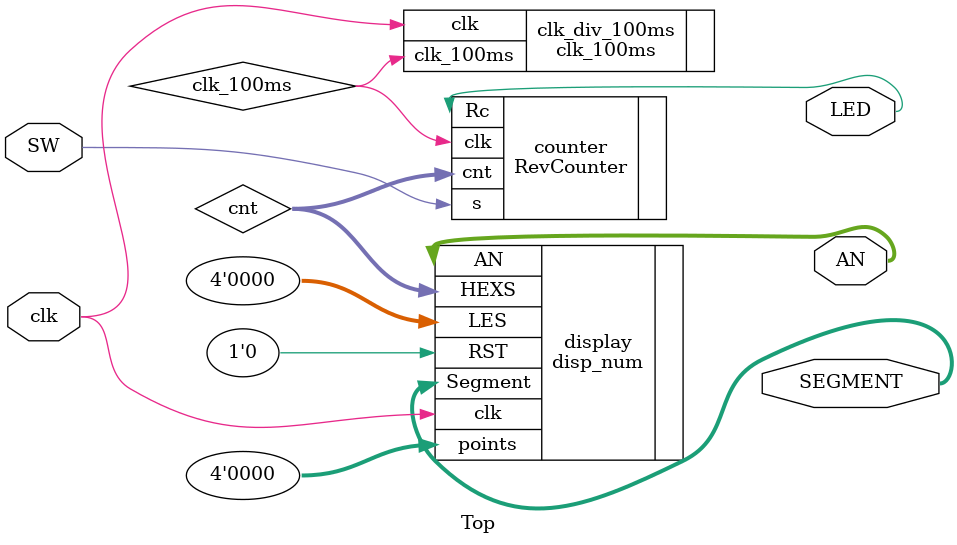
<source format=v>
`timescale 1ns / 1ps

module Top( 
	input wire clk,
	input wire SW,
	output wire LED,
	output wire [7:0] SEGMENT,
	output wire [3:0] AN
);
	 
	wire[15:0] cnt;
	wire [3:0] Hex;
	wire clk_100ms;
	
	/* module clk_100ms at submodules/clk_1s.v */
	clk_100ms clk_div_100ms (.clk(clk), .clk_100ms(clk_100ms));
	
	/* You need to implement module RevCounter */
	RevCounter counter(.clk(clk_100ms), .s(SW), .cnt(cnt), .Rc(LED));

	// Please replace module below with your module completed in Lab **7**
	// imoprt submodules for module disp_num from your prev. project
	disp_num display(.clk(clk), .HEXS(cnt), .LES(4'b0000), .points(4'b0000), .RST(1'b0), .AN(AN), .Segment(SEGMENT));

endmodule

</source>
